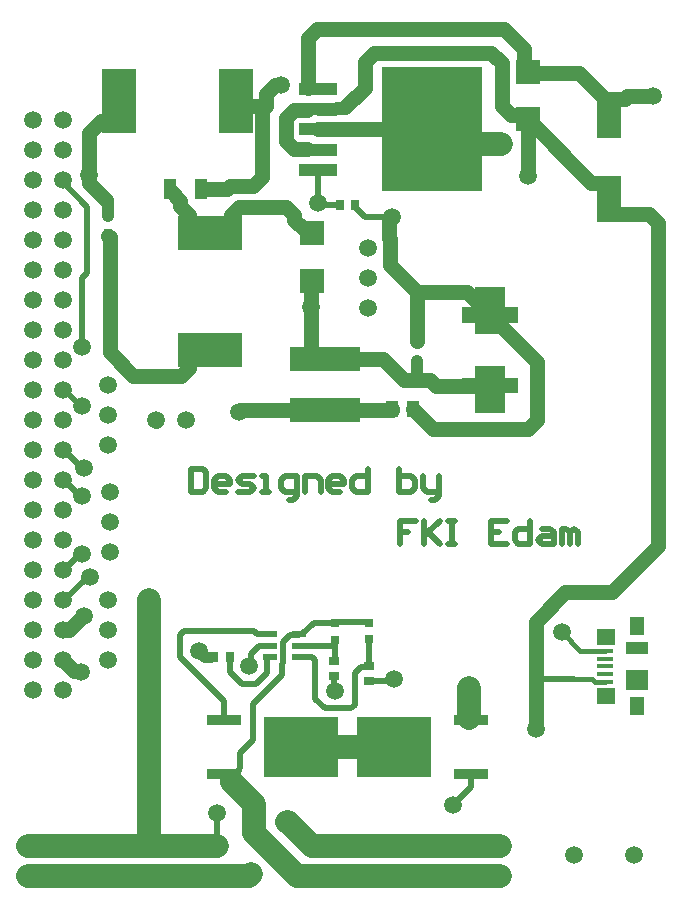
<source format=gtl>
G04*
G04 #@! TF.GenerationSoftware,Altium Limited,Altium Designer,24.8.2 (39)*
G04*
G04 Layer_Physical_Order=1*
G04 Layer_Color=255*
%FSLAX25Y25*%
%MOIN*%
G70*
G04*
G04 #@! TF.SameCoordinates,02F50CB3-6734-476E-9E77-A5ECF95833D4*
G04*
G04*
G04 #@! TF.FilePolarity,Positive*
G04*
G01*
G75*
%ADD10R,0.21260X0.11417*%
%ADD11R,0.04528X0.02362*%
%ADD12R,0.03150X0.03740*%
%ADD13R,0.03347X0.02953*%
%ADD14R,0.07874X0.15748*%
%ADD15R,0.02756X0.02756*%
%ADD16R,0.05118X0.06496*%
%ADD17R,0.07480X0.07087*%
%ADD18R,0.07480X0.03937*%
%ADD19R,0.06102X0.05610*%
%ADD20R,0.05433X0.01772*%
%ADD21R,0.04349X0.06717*%
%ADD22R,0.11732X0.03819*%
%ADD23R,0.24685X0.19961*%
%ADD24R,0.12638X0.04134*%
%ADD25R,0.33307X0.41457*%
%ADD26R,0.07874X0.07874*%
%ADD27R,0.04370X0.05787*%
%ADD28R,0.23622X0.07874*%
%ADD29R,0.11417X0.21260*%
%ADD30R,0.02953X0.03347*%
%ADD31C,0.05118*%
%ADD32C,0.01968*%
%ADD33C,0.01772*%
%ADD34C,0.07874*%
%ADD35C,0.03543*%
%ADD36C,0.04331*%
%ADD37C,0.03937*%
%ADD38C,0.05906*%
G36*
X156890Y176575D02*
Y180512D01*
X166732D01*
Y176575D01*
X171063D01*
Y171457D01*
X166732D01*
Y164764D01*
X156890D01*
Y171457D01*
X152559D01*
Y176575D01*
X156890D01*
D02*
G37*
G36*
Y200197D02*
Y206890D01*
X166732D01*
Y200197D01*
X171063D01*
Y195079D01*
X166732D01*
Y191142D01*
X156890D01*
Y195079D01*
X152559D01*
Y200197D01*
X156890D01*
D02*
G37*
D10*
X68504Y224902D02*
D03*
Y185925D02*
D03*
D11*
X98228Y91142D02*
D03*
Y87402D02*
D03*
Y83661D02*
D03*
X88386D02*
D03*
Y87402D02*
D03*
Y91142D02*
D03*
D12*
X75098Y83465D02*
D03*
X69784D02*
D03*
D13*
X109843Y82284D02*
D03*
Y77165D02*
D03*
X121653Y80709D02*
D03*
Y75591D02*
D03*
D14*
X201575Y236417D02*
D03*
Y264370D02*
D03*
D15*
X121653Y89520D02*
D03*
Y95031D02*
D03*
X34646Y224803D02*
D03*
Y230315D02*
D03*
X137402Y182283D02*
D03*
Y187795D02*
D03*
X110236Y89370D02*
D03*
Y94882D02*
D03*
D16*
X210827Y67224D02*
D03*
Y93799D02*
D03*
D17*
Y75984D02*
D03*
D18*
Y86614D02*
D03*
D19*
X200689Y70718D02*
D03*
Y90305D02*
D03*
D20*
X200354Y75394D02*
D03*
Y77953D02*
D03*
Y80512D02*
D03*
Y83071D02*
D03*
Y85630D02*
D03*
D21*
X65357Y239567D02*
D03*
X55115D02*
D03*
D22*
X155394Y44543D02*
D03*
Y62543D02*
D03*
X73268Y44543D02*
D03*
Y62543D02*
D03*
D23*
X129842Y53543D02*
D03*
X98819D02*
D03*
D24*
X104606Y266142D02*
D03*
Y259449D02*
D03*
Y252756D02*
D03*
Y246063D02*
D03*
Y272835D02*
D03*
D25*
X142520Y259449D02*
D03*
D26*
X102362Y224803D02*
D03*
Y209055D02*
D03*
X161811Y174016D02*
D03*
Y197638D02*
D03*
X174409Y262992D02*
D03*
Y278740D02*
D03*
D27*
X129134Y166142D02*
D03*
X136221D02*
D03*
D28*
X106693Y182874D02*
D03*
Y165945D02*
D03*
D29*
X77067Y268996D02*
D03*
X38091D02*
D03*
D30*
X111811Y234252D02*
D03*
X116929D02*
D03*
D31*
X28346Y241486D02*
Y244390D01*
Y258371D01*
X32081Y262106D02*
X34941D01*
X38379Y265544D02*
Y266641D01*
X34941Y262106D02*
X38379Y265544D01*
X28346Y258371D02*
X32081Y262106D01*
X19521Y92592D02*
X21414D01*
X19370Y92441D02*
X19521Y92592D01*
X26165Y97342D02*
X26378D01*
X21414Y92592D02*
X26165Y97342D01*
X202953Y231102D02*
X214817D01*
X217815Y120571D02*
Y228104D01*
X202362Y105118D02*
X217815Y120571D01*
X214817Y231102D02*
X217815Y228104D01*
X201575Y232480D02*
X202953Y231102D01*
X61614Y228051D02*
X64764Y224902D01*
X61614Y228051D02*
Y230911D01*
X64764Y224902D02*
X68504D01*
X58628Y233897D02*
Y235639D01*
Y233897D02*
X61614Y230911D01*
X68012Y223917D02*
Y224902D01*
Y223917D02*
X71260D01*
X55500Y238767D02*
X58628Y235639D01*
X35039Y185231D02*
Y223575D01*
X34646Y223969D02*
X35039Y223575D01*
X61614Y179916D02*
Y182776D01*
X43007Y177264D02*
X58962D01*
X35039Y185231D02*
X43007Y177264D01*
X64764Y185925D02*
X68504D01*
X61614Y182776D02*
X64764Y185925D01*
X58962Y177264D02*
X61614Y179916D01*
X94001Y233563D02*
X96653Y230911D01*
X100984Y226181D02*
X102362Y224803D01*
X96653Y229232D02*
X99705Y226181D01*
X96653Y229232D02*
Y230911D01*
X99705Y226181D02*
X100984D01*
X78046Y233563D02*
X94001D01*
X82927Y240650D02*
X85925Y243648D01*
X75111Y240650D02*
X82927D01*
X75394Y228051D02*
Y230911D01*
X74126Y239665D02*
X75111Y240650D01*
X65742Y239665D02*
X74126D01*
X71260Y223917D02*
X75394Y228051D01*
X85925Y243648D02*
Y266732D01*
X75394Y230911D02*
X78046Y233563D01*
X77559Y267323D02*
X87205D01*
X113583Y266929D02*
X120079Y273425D01*
X104606Y259449D02*
X142520D01*
X120079Y273425D02*
Y282041D01*
X93760Y255506D02*
Y263391D01*
X96412Y266043D01*
X93760Y255506D02*
X96412Y252854D01*
X100847D01*
X96412Y266043D02*
X100847D01*
X174409Y278740D02*
X174803Y278346D01*
X173031Y280118D02*
X174409Y278740D01*
X128347Y223276D02*
Y229314D01*
X129134Y230102D01*
X128543Y214142D02*
Y223079D01*
Y214142D02*
X137402Y205283D01*
X129134Y230102D02*
Y230315D01*
X128347Y223276D02*
X128543Y223079D01*
X28346Y241486D02*
X33858Y235974D01*
X104337Y292913D02*
X166535D01*
X173031Y280118D02*
Y286417D01*
X166535Y292913D02*
X173031Y286417D01*
X162303Y285039D02*
X165748Y281594D01*
Y267368D02*
Y281594D01*
X123077Y285039D02*
X162303D01*
X207677Y270472D02*
X216142D01*
X206890Y269685D02*
X207677Y270472D01*
X202953Y269685D02*
X206890D01*
X201575Y268307D02*
X202953Y269685D01*
X201575Y264370D02*
Y268307D01*
X191535Y278346D02*
X201575Y268307D01*
X174803Y278346D02*
X191535D01*
X174364Y159449D02*
X177362Y162447D01*
Y182087D01*
X185728Y91831D02*
X185941D01*
X154166Y205283D02*
X161811Y197638D01*
X137402Y205283D02*
X154166D01*
X137402Y189075D02*
Y205283D01*
X161811Y197638D02*
X177362Y182087D01*
X142953Y159449D02*
X174364D01*
X136221Y166142D02*
X136260D01*
X142953Y159449D01*
X101339Y289915D02*
X104337Y292913D01*
X101339Y273327D02*
Y289915D01*
X34606Y92480D02*
X34646Y92520D01*
X103543Y182874D02*
X106693D01*
X102165Y184252D02*
Y200098D01*
Y184252D02*
X103543Y182874D01*
X102165Y200098D02*
X102264Y200197D01*
Y208957D02*
X102362Y209055D01*
X102264Y200197D02*
Y208957D01*
X78150Y165354D02*
X78363D01*
X78953Y165945D02*
X106693D01*
X78363Y165354D02*
X78953Y165945D01*
X19636Y82441D02*
X23187Y78891D01*
X19370Y82441D02*
X19636D01*
X23187Y78891D02*
X25538D01*
X25689Y78740D01*
X168746Y264370D02*
X173031D01*
X165748Y267368D02*
X168746Y264370D01*
X87205Y267323D02*
Y271215D01*
X77461Y267421D02*
X77559Y267323D01*
X90203Y274213D02*
X92028D01*
X87205Y271215D02*
X90203Y274213D01*
X174409Y243898D02*
Y262992D01*
X177165Y81693D02*
Y85827D01*
X50512Y162279D02*
Y162598D01*
X34606Y82480D02*
X34646Y82520D01*
X19370Y82441D02*
X19410Y82480D01*
X106693Y165945D02*
X106791Y166043D01*
X129035D02*
X129134Y166142D01*
X106791Y166043D02*
X129035D01*
X137402Y175984D02*
X141732D01*
X133071D02*
X137402D01*
X143701Y174016D02*
X161811D01*
X141732Y175984D02*
X143701Y174016D01*
X114567Y182874D02*
X126181D01*
X133071Y175984D01*
X173031Y264370D02*
X174409Y262992D01*
X120079Y282041D02*
X123077Y285039D01*
X195669Y241732D02*
X200197D01*
X174409Y262992D02*
X195669Y241732D01*
X200197D02*
X201575Y240354D01*
Y236417D02*
Y240354D01*
X177165Y85827D02*
Y95276D01*
Y76378D02*
Y81693D01*
Y59449D02*
Y76378D01*
Y95276D02*
X187008Y105118D01*
X202362D01*
X201575Y232480D02*
Y236417D01*
D32*
X19370Y152441D02*
X19882D01*
X25866Y146457D02*
X26378D01*
X19882Y152441D02*
X25866Y146457D01*
X20069Y141742D02*
X20856D01*
X25197Y137402D01*
X25984D01*
X19370Y142441D02*
X20069Y141742D01*
X19370Y172441D02*
X20118D01*
X25138Y167421D01*
X25886D01*
X116535Y233858D02*
X120079Y230315D01*
X121653Y75591D02*
X128068D01*
X128856Y76378D01*
X82776Y56004D02*
Y67954D01*
X92500Y77679D01*
X78445Y51673D02*
X82776Y56004D01*
X116732Y67618D02*
Y78178D01*
X115551Y66437D02*
X116732Y67618D01*
Y78178D02*
X118870Y80315D01*
X121260D02*
X121653Y80709D01*
X118870Y80315D02*
X121260D01*
X109843Y72810D02*
X110270Y72382D01*
X109843Y72810D02*
Y76181D01*
X103543Y69685D02*
X106752Y66476D01*
X112424Y66437D02*
X115551D01*
X112384Y66476D02*
X112424Y66437D01*
X106752Y66476D02*
X112384D01*
X82306Y81405D02*
Y84553D01*
X81553Y80651D02*
X82306Y81405D01*
Y84553D02*
X84958Y87205D01*
X88189D02*
X88386Y87402D01*
X84958Y87205D02*
X88189D01*
Y83465D02*
X88386Y83661D01*
X87303Y83253D02*
X87459Y83098D01*
Y78205D02*
Y83098D01*
X83999Y74746D02*
X87459Y78205D01*
X79107Y74746D02*
X83999D01*
X87303Y83465D02*
X88189D01*
X92500Y77679D02*
Y81268D01*
X75098Y78755D02*
Y82874D01*
X87303Y83253D02*
Y83465D01*
X75098Y78755D02*
X79107Y74746D01*
X73268Y62543D02*
Y68760D01*
X83071Y92126D02*
X84055Y91142D01*
X88386D01*
X58563Y90973D02*
X59716Y92126D01*
X58563Y83465D02*
X73268Y68760D01*
X58563Y83465D02*
Y90973D01*
X59716Y92126D02*
X83071D01*
X25340Y117929D02*
X25823D01*
X19370Y112441D02*
X19853D01*
X25340Y117929D01*
X25993Y186836D02*
Y210012D01*
X27613Y211631D01*
Y233742D01*
X120079Y230315D02*
X129134D01*
X116437Y233858D02*
X116535D01*
X177165Y76378D02*
X189961D01*
X110039Y87402D02*
Y87500D01*
Y82480D02*
Y87402D01*
X110138D01*
X98228D02*
X110039D01*
X110138D02*
X110236Y87500D01*
Y89370D01*
X109843Y82284D02*
X110039Y82480D01*
X98228Y83661D02*
X102559D01*
X103543Y69685D02*
Y82677D01*
X102559Y83661D02*
X103543Y82677D01*
X103201Y95031D02*
X110236D01*
X121653Y80709D02*
Y89370D01*
X70866Y20748D02*
Y31594D01*
X78445Y46622D02*
Y51673D01*
X77239Y44558D02*
X78150Y45469D01*
Y46326D02*
X78445Y46622D01*
X73282Y44558D02*
X77239D01*
X78150Y45469D02*
Y46326D01*
X27904Y110335D02*
X28543D01*
X19370Y102441D02*
X20010D01*
X27904Y110335D01*
X19370Y241985D02*
X27613Y233742D01*
X104606Y235405D02*
Y244203D01*
X105759Y234252D02*
X111811D01*
X33858Y235974D02*
X34646Y235187D01*
X19370Y241985D02*
Y242441D01*
X34646Y174331D02*
Y175258D01*
X19370Y102441D02*
Y102835D01*
X92815Y81583D02*
Y88583D01*
X95177Y90945D01*
X98032D02*
X98228Y91142D01*
X95177Y90945D02*
X98032D01*
X92500Y81268D02*
X92815Y81583D01*
X149606Y34350D02*
X155394Y40138D01*
Y44543D01*
X35039Y128307D02*
Y128504D01*
X106693Y182874D02*
X114567D01*
X99311Y91142D02*
X103201Y95031D01*
X98228Y91142D02*
X99311D01*
X110236Y95031D02*
X110311Y95106D01*
X121579D01*
X137236Y129033D02*
X131988D01*
Y125097D01*
X134612D01*
X131988D01*
Y121161D01*
X139860Y129033D02*
Y121161D01*
Y123785D01*
X145107Y129033D01*
X141172Y125097D01*
X145107Y121161D01*
X147731Y129033D02*
X150355D01*
X149043D01*
Y121161D01*
X147731D01*
X150355D01*
X167410Y129033D02*
X162162D01*
Y121161D01*
X167410D01*
X162162Y125097D02*
X164786D01*
X175281Y129033D02*
Y121161D01*
X171346D01*
X170034Y122473D01*
Y125097D01*
X171346Y126409D01*
X175281D01*
X179217D02*
X181841D01*
X183153Y125097D01*
Y121161D01*
X179217D01*
X177905Y122473D01*
X179217Y123785D01*
X183153D01*
X185777Y121161D02*
Y126409D01*
X187089D01*
X188400Y125097D01*
Y121161D01*
Y125097D01*
X189712Y126409D01*
X191024Y125097D01*
Y121161D01*
X62106Y146421D02*
Y138549D01*
X66042D01*
X67354Y139861D01*
Y145109D01*
X66042Y146421D01*
X62106D01*
X73914Y138549D02*
X71290D01*
X69978Y139861D01*
Y142485D01*
X71290Y143797D01*
X73914D01*
X75225Y142485D01*
Y141173D01*
X69978D01*
X77849Y138549D02*
X81785D01*
X83097Y139861D01*
X81785Y141173D01*
X79161D01*
X77849Y142485D01*
X79161Y143797D01*
X83097D01*
X85721Y138549D02*
X88345D01*
X87033D01*
Y143797D01*
X85721D01*
X94904Y135925D02*
X96216D01*
X97528Y137237D01*
Y143797D01*
X93592D01*
X92280Y142485D01*
Y139861D01*
X93592Y138549D01*
X97528D01*
X100152D02*
Y143797D01*
X104087D01*
X105399Y142485D01*
Y138549D01*
X111959D02*
X109335D01*
X108023Y139861D01*
Y142485D01*
X109335Y143797D01*
X111959D01*
X113271Y142485D01*
Y141173D01*
X108023D01*
X121142Y146421D02*
Y138549D01*
X117207D01*
X115895Y139861D01*
Y142485D01*
X117207Y143797D01*
X121142D01*
X131638Y146421D02*
Y138549D01*
X135573D01*
X136885Y139861D01*
Y141173D01*
Y142485D01*
X135573Y143797D01*
X131638D01*
X139509D02*
Y139861D01*
X140821Y138549D01*
X144757D01*
Y137237D01*
X143445Y135925D01*
X142133D01*
X144757Y138549D02*
Y143797D01*
D33*
X185728Y91831D02*
X191929Y85630D01*
X200354D01*
X189961Y76378D02*
X195960D01*
X200354Y75394D02*
Y75394D01*
X196945Y75394D02*
X200354D01*
X195960Y76378D02*
X196945Y75394D01*
D34*
X83169Y25000D02*
Y34474D01*
Y25000D02*
X97421Y10748D01*
X133858D01*
X39370D02*
X70866D01*
X81516D01*
X82185Y11417D01*
X94567Y28543D02*
X102362Y20748D01*
X133858D01*
X94291Y28543D02*
X94567D01*
X154724Y63114D02*
Y73228D01*
X75765Y41878D02*
X83169Y34474D01*
X133858Y10748D02*
X165354D01*
X133858Y20748D02*
X165354D01*
X47933D02*
X70866D01*
X39370D02*
X47933D01*
X48037Y20852D01*
X7874Y20748D02*
X39370D01*
X7874Y10748D02*
X39370D01*
X48037Y20852D02*
Y102559D01*
X142520Y259449D02*
X147441Y254528D01*
X165453D01*
X98819Y53543D02*
X129842D01*
D35*
X64904Y85243D02*
Y85475D01*
Y85243D02*
X66584Y83563D01*
X68799D01*
D36*
X104606Y266142D02*
X104705Y266240D01*
X110168D02*
X110561Y266634D01*
X112637D01*
X104705Y266240D02*
X110168D01*
X112933Y266929D02*
X113583D01*
X112637Y266634D02*
X112933Y266929D01*
D37*
X34646Y230465D02*
Y235187D01*
X137402Y175984D02*
Y182134D01*
D38*
X121063Y199980D02*
D03*
Y209980D02*
D03*
Y219980D02*
D03*
X209803Y17717D02*
D03*
X189803D02*
D03*
X19370Y72441D02*
D03*
Y82441D02*
D03*
Y102441D02*
D03*
Y112441D02*
D03*
Y122441D02*
D03*
Y132441D02*
D03*
Y142441D02*
D03*
Y152441D02*
D03*
Y162441D02*
D03*
Y172441D02*
D03*
Y182441D02*
D03*
Y192441D02*
D03*
Y202441D02*
D03*
Y212441D02*
D03*
Y222441D02*
D03*
Y232441D02*
D03*
Y242441D02*
D03*
Y252441D02*
D03*
Y262441D02*
D03*
X9370Y72441D02*
D03*
Y82441D02*
D03*
Y92441D02*
D03*
Y102441D02*
D03*
Y112441D02*
D03*
Y122441D02*
D03*
Y132441D02*
D03*
Y142441D02*
D03*
Y152441D02*
D03*
Y162441D02*
D03*
Y172441D02*
D03*
Y182441D02*
D03*
Y192441D02*
D03*
Y202441D02*
D03*
Y212441D02*
D03*
Y222441D02*
D03*
Y232441D02*
D03*
Y242441D02*
D03*
Y252441D02*
D03*
Y262441D02*
D03*
X19370Y92441D02*
D03*
X34646Y102520D02*
D03*
Y82520D02*
D03*
Y92520D02*
D03*
X50512Y162598D02*
D03*
X60512D02*
D03*
X7874Y20748D02*
D03*
Y10748D02*
D03*
X39370Y20748D02*
D03*
Y10748D02*
D03*
X70866Y20748D02*
D03*
Y10748D02*
D03*
X102362Y20748D02*
D03*
Y10748D02*
D03*
X133858Y20748D02*
D03*
Y10748D02*
D03*
X165354Y20748D02*
D03*
Y10748D02*
D03*
X35039Y118504D02*
D03*
Y128504D02*
D03*
Y138504D02*
D03*
X34646Y154331D02*
D03*
Y164331D02*
D03*
Y174331D02*
D03*
X26378Y146457D02*
D03*
X25984Y137402D02*
D03*
X25886Y167421D02*
D03*
X129921Y76378D02*
D03*
X82185Y11417D02*
D03*
X94291Y28543D02*
D03*
X110270Y72382D02*
D03*
X81553Y80651D02*
D03*
X64904Y85475D02*
D03*
X26378Y97342D02*
D03*
X25823Y117929D02*
D03*
X25993Y186836D02*
D03*
X28346Y244390D02*
D03*
X216142Y270472D02*
D03*
X185728Y91831D02*
D03*
X129134Y230315D02*
D03*
X154724Y73228D02*
D03*
X78150Y165354D02*
D03*
X70866Y31594D02*
D03*
X48037Y102559D02*
D03*
X25689Y78740D02*
D03*
X28543Y110335D02*
D03*
X102165Y200098D02*
D03*
X104626Y234941D02*
D03*
X149606Y34350D02*
D03*
X177165Y59449D02*
D03*
X165453Y254528D02*
D03*
X174409Y243898D02*
D03*
X92028Y274213D02*
D03*
M02*

</source>
